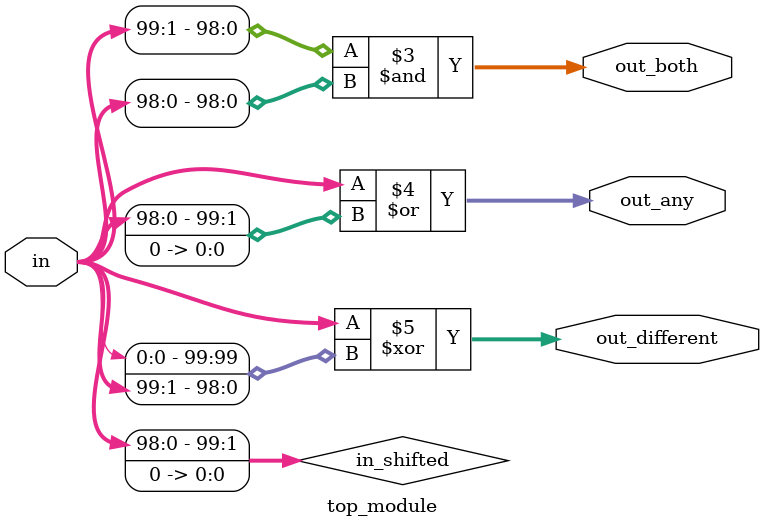
<source format=sv>
module top_module (
    input [99:0] in,
    output reg [98:0] out_both,
    output reg [99:0] out_any,
    output reg [99:0] out_different
);

    wire [99:0] in_shifted;

    assign in_shifted = in << 1;

    always @(*) begin
        out_both = in[99:1] & in_shifted[99:1];
        out_any = in | in_shifted;
        out_different = in ^ {in[0], in[99:1]};
    end

endmodule

</source>
